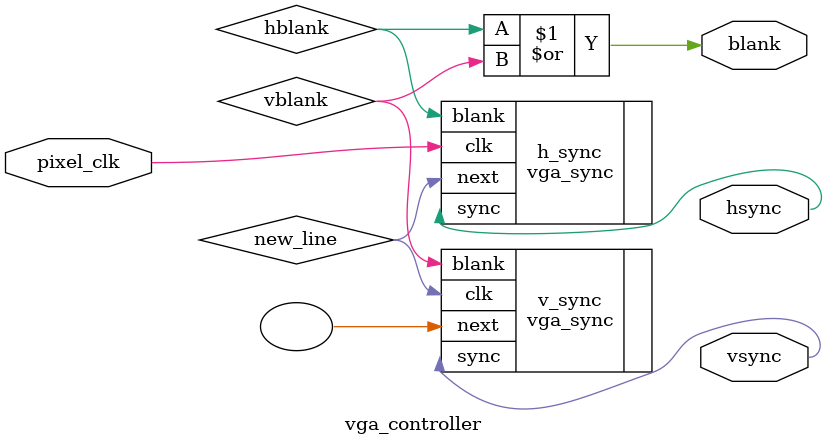
<source format=v>
`timescale 1ns / 1ps
module vga_controller(
    input pixel_clk,
    output hsync,
    output vsync,
    output blank
    );

  /* generates syncs, blank, and current visible pixel x and y from a pixel clock.
     defaults to 640x480 timings */
  wire hblank, vblank, new_line;
  
  //parameter pixel_clk_frequency = 25_175_000;
  
  /* hsync */
  parameter HORIZ_FRONT_PORCH = 16;
  parameter HORIZ_SYNC_PULSE  = 96;
  parameter HORIZ_BACK_PORCH  = 48;
  parameter HORIZ_PIXELS      = 640;
  
  vga_sync #(
    .VISIBLE(HORIZ_PIXELS),
    .FRONT_PORCH(HORIZ_FRONT_PORCH),
    .SYNC_PULSE(HORIZ_SYNC_PULSE),
    .BACK_PORCH(HORIZ_BACK_PORCH)
    ) h_sync (.clk(pixel_clk), .sync(hsync), .blank(hblank), .next(new_line));

  /* vsync
     note that this is clocked by the hsync new line signal, so all counts are in lines */
  parameter VERT_FRONT_PORCH = 11;
  parameter VERT_SYNC_PULSE  = 2;
  parameter VERT_BACK_PORCH  = 31;
  parameter VERT_PIXELS      = 480;
  
  vga_sync #(
    .VISIBLE(VERT_PIXELS),
    .FRONT_PORCH(VERT_FRONT_PORCH),
    .SYNC_PULSE(VERT_SYNC_PULSE),
    .BACK_PORCH(VERT_BACK_PORCH)
    ) v_sync (.clk(new_line), .sync(vsync), .blank(vblank), .next());  

  assign blank = hblank | vblank;
endmodule

</source>
